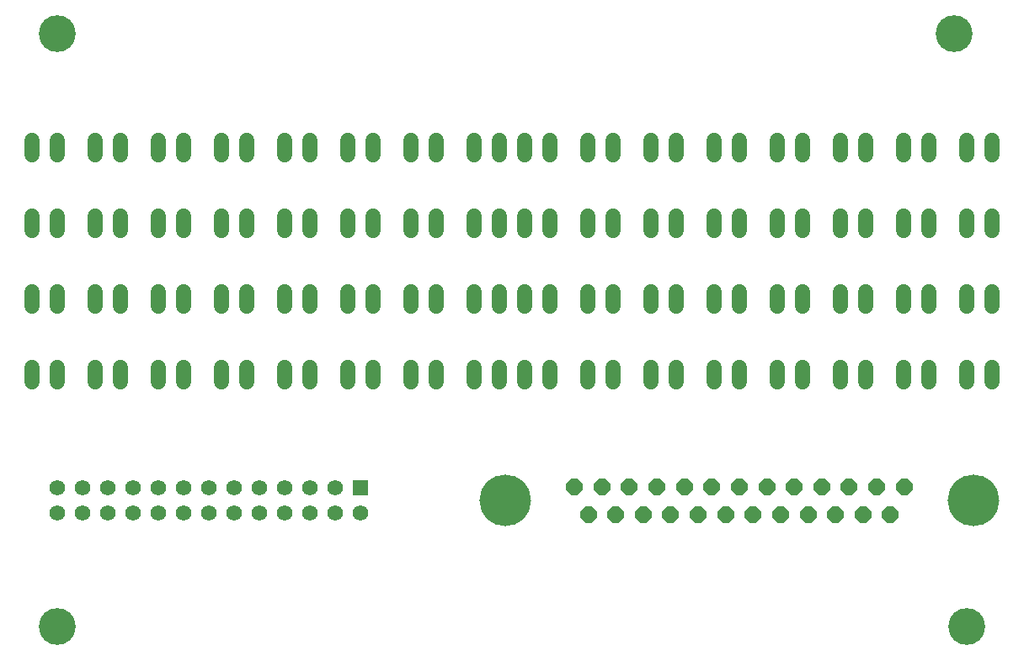
<source format=gbs>
G75*
%MOIN*%
%OFA0B0*%
%FSLAX25Y25*%
%IPPOS*%
%LPD*%
%AMOC8*
5,1,8,0,0,1.08239X$1,22.5*
%
%ADD10C,0.06000*%
%ADD11C,0.14573*%
%ADD12OC8,0.06400*%
%ADD13C,0.20400*%
%ADD14R,0.06200X0.06200*%
%ADD15C,0.06200*%
D10*
X0011800Y0119000D02*
X0011800Y0124600D01*
X0021800Y0124600D02*
X0021800Y0119000D01*
X0036800Y0119000D02*
X0036800Y0124600D01*
X0046800Y0124600D02*
X0046800Y0119000D01*
X0061800Y0119000D02*
X0061800Y0124600D01*
X0071800Y0124600D02*
X0071800Y0119000D01*
X0086800Y0119000D02*
X0086800Y0124600D01*
X0096800Y0124600D02*
X0096800Y0119000D01*
X0111800Y0119000D02*
X0111800Y0124600D01*
X0121800Y0124600D02*
X0121800Y0119000D01*
X0136800Y0119000D02*
X0136800Y0124600D01*
X0146800Y0124600D02*
X0146800Y0119000D01*
X0161800Y0119000D02*
X0161800Y0124600D01*
X0171800Y0124600D02*
X0171800Y0119000D01*
X0186800Y0119000D02*
X0186800Y0124600D01*
X0196800Y0124600D02*
X0196800Y0119000D01*
X0206800Y0119000D02*
X0206800Y0124600D01*
X0216800Y0124600D02*
X0216800Y0119000D01*
X0231800Y0119000D02*
X0231800Y0124600D01*
X0241800Y0124600D02*
X0241800Y0119000D01*
X0256800Y0119000D02*
X0256800Y0124600D01*
X0266800Y0124600D02*
X0266800Y0119000D01*
X0281800Y0119000D02*
X0281800Y0124600D01*
X0291800Y0124600D02*
X0291800Y0119000D01*
X0306800Y0119000D02*
X0306800Y0124600D01*
X0316800Y0124600D02*
X0316800Y0119000D01*
X0331800Y0119000D02*
X0331800Y0124600D01*
X0341800Y0124600D02*
X0341800Y0119000D01*
X0356800Y0119000D02*
X0356800Y0124600D01*
X0366800Y0124600D02*
X0366800Y0119000D01*
X0381800Y0119000D02*
X0381800Y0124600D01*
X0391800Y0124600D02*
X0391800Y0119000D01*
X0391800Y0149000D02*
X0391800Y0154600D01*
X0381800Y0154600D02*
X0381800Y0149000D01*
X0366800Y0149000D02*
X0366800Y0154600D01*
X0356800Y0154600D02*
X0356800Y0149000D01*
X0341800Y0149000D02*
X0341800Y0154600D01*
X0331800Y0154600D02*
X0331800Y0149000D01*
X0316800Y0149000D02*
X0316800Y0154600D01*
X0306800Y0154600D02*
X0306800Y0149000D01*
X0291800Y0149000D02*
X0291800Y0154600D01*
X0281800Y0154600D02*
X0281800Y0149000D01*
X0266800Y0149000D02*
X0266800Y0154600D01*
X0256800Y0154600D02*
X0256800Y0149000D01*
X0241800Y0149000D02*
X0241800Y0154600D01*
X0231800Y0154600D02*
X0231800Y0149000D01*
X0216800Y0149000D02*
X0216800Y0154600D01*
X0206800Y0154600D02*
X0206800Y0149000D01*
X0196800Y0149000D02*
X0196800Y0154600D01*
X0186800Y0154600D02*
X0186800Y0149000D01*
X0171800Y0149000D02*
X0171800Y0154600D01*
X0161800Y0154600D02*
X0161800Y0149000D01*
X0146800Y0149000D02*
X0146800Y0154600D01*
X0136800Y0154600D02*
X0136800Y0149000D01*
X0121800Y0149000D02*
X0121800Y0154600D01*
X0111800Y0154600D02*
X0111800Y0149000D01*
X0096800Y0149000D02*
X0096800Y0154600D01*
X0086800Y0154600D02*
X0086800Y0149000D01*
X0071800Y0149000D02*
X0071800Y0154600D01*
X0061800Y0154600D02*
X0061800Y0149000D01*
X0046800Y0149000D02*
X0046800Y0154600D01*
X0036800Y0154600D02*
X0036800Y0149000D01*
X0021800Y0149000D02*
X0021800Y0154600D01*
X0011800Y0154600D02*
X0011800Y0149000D01*
X0011800Y0179000D02*
X0011800Y0184600D01*
X0021800Y0184600D02*
X0021800Y0179000D01*
X0036800Y0179000D02*
X0036800Y0184600D01*
X0046800Y0184600D02*
X0046800Y0179000D01*
X0061800Y0179000D02*
X0061800Y0184600D01*
X0071800Y0184600D02*
X0071800Y0179000D01*
X0086800Y0179000D02*
X0086800Y0184600D01*
X0096800Y0184600D02*
X0096800Y0179000D01*
X0111800Y0179000D02*
X0111800Y0184600D01*
X0121800Y0184600D02*
X0121800Y0179000D01*
X0136800Y0179000D02*
X0136800Y0184600D01*
X0146800Y0184600D02*
X0146800Y0179000D01*
X0161800Y0179000D02*
X0161800Y0184600D01*
X0171800Y0184600D02*
X0171800Y0179000D01*
X0186800Y0179000D02*
X0186800Y0184600D01*
X0196800Y0184600D02*
X0196800Y0179000D01*
X0206800Y0179000D02*
X0206800Y0184600D01*
X0216800Y0184600D02*
X0216800Y0179000D01*
X0231800Y0179000D02*
X0231800Y0184600D01*
X0241800Y0184600D02*
X0241800Y0179000D01*
X0256800Y0179000D02*
X0256800Y0184600D01*
X0266800Y0184600D02*
X0266800Y0179000D01*
X0281800Y0179000D02*
X0281800Y0184600D01*
X0291800Y0184600D02*
X0291800Y0179000D01*
X0306800Y0179000D02*
X0306800Y0184600D01*
X0316800Y0184600D02*
X0316800Y0179000D01*
X0331800Y0179000D02*
X0331800Y0184600D01*
X0341800Y0184600D02*
X0341800Y0179000D01*
X0356800Y0179000D02*
X0356800Y0184600D01*
X0366800Y0184600D02*
X0366800Y0179000D01*
X0381800Y0179000D02*
X0381800Y0184600D01*
X0391800Y0184600D02*
X0391800Y0179000D01*
X0391800Y0209000D02*
X0391800Y0214600D01*
X0381800Y0214600D02*
X0381800Y0209000D01*
X0366800Y0209000D02*
X0366800Y0214600D01*
X0356800Y0214600D02*
X0356800Y0209000D01*
X0341800Y0209000D02*
X0341800Y0214600D01*
X0331800Y0214600D02*
X0331800Y0209000D01*
X0316800Y0209000D02*
X0316800Y0214600D01*
X0306800Y0214600D02*
X0306800Y0209000D01*
X0291800Y0209000D02*
X0291800Y0214600D01*
X0281800Y0214600D02*
X0281800Y0209000D01*
X0266800Y0209000D02*
X0266800Y0214600D01*
X0256800Y0214600D02*
X0256800Y0209000D01*
X0241800Y0209000D02*
X0241800Y0214600D01*
X0231800Y0214600D02*
X0231800Y0209000D01*
X0216800Y0209000D02*
X0216800Y0214600D01*
X0206800Y0214600D02*
X0206800Y0209000D01*
X0196800Y0209000D02*
X0196800Y0214600D01*
X0186800Y0214600D02*
X0186800Y0209000D01*
X0171800Y0209000D02*
X0171800Y0214600D01*
X0161800Y0214600D02*
X0161800Y0209000D01*
X0146800Y0209000D02*
X0146800Y0214600D01*
X0136800Y0214600D02*
X0136800Y0209000D01*
X0121800Y0209000D02*
X0121800Y0214600D01*
X0111800Y0214600D02*
X0111800Y0209000D01*
X0096800Y0209000D02*
X0096800Y0214600D01*
X0086800Y0214600D02*
X0086800Y0209000D01*
X0071800Y0209000D02*
X0071800Y0214600D01*
X0061800Y0214600D02*
X0061800Y0209000D01*
X0046800Y0209000D02*
X0046800Y0214600D01*
X0036800Y0214600D02*
X0036800Y0209000D01*
X0021800Y0209000D02*
X0021800Y0214600D01*
X0011800Y0214600D02*
X0011800Y0209000D01*
D11*
X0021800Y0021800D03*
X0021800Y0256800D03*
X0376800Y0256800D03*
X0381800Y0021800D03*
D12*
X0351600Y0066200D03*
X0340700Y0066200D03*
X0329800Y0066200D03*
X0319000Y0066200D03*
X0308100Y0066200D03*
X0297200Y0066200D03*
X0286400Y0066200D03*
X0275500Y0066200D03*
X0264600Y0066200D03*
X0253800Y0066200D03*
X0242900Y0066200D03*
X0232000Y0066200D03*
X0226600Y0077400D03*
X0237500Y0077400D03*
X0248300Y0077400D03*
X0259200Y0077400D03*
X0270100Y0077400D03*
X0280900Y0077400D03*
X0291800Y0077400D03*
X0302700Y0077400D03*
X0313500Y0077400D03*
X0324400Y0077400D03*
X0335300Y0077400D03*
X0346100Y0077400D03*
X0357000Y0077400D03*
D13*
X0384400Y0071800D03*
X0199200Y0071800D03*
D14*
X0141800Y0076800D03*
D15*
X0131800Y0076800D03*
X0121800Y0076800D03*
X0111800Y0076800D03*
X0101800Y0076800D03*
X0091800Y0076800D03*
X0081800Y0076800D03*
X0071800Y0076800D03*
X0061800Y0076800D03*
X0051800Y0076800D03*
X0041800Y0076800D03*
X0031800Y0076800D03*
X0021800Y0076800D03*
X0021800Y0066800D03*
X0031800Y0066800D03*
X0041800Y0066800D03*
X0051800Y0066800D03*
X0061800Y0066800D03*
X0071800Y0066800D03*
X0081800Y0066800D03*
X0091800Y0066800D03*
X0101800Y0066800D03*
X0111800Y0066800D03*
X0121800Y0066800D03*
X0131800Y0066800D03*
X0141800Y0066800D03*
M02*

</source>
